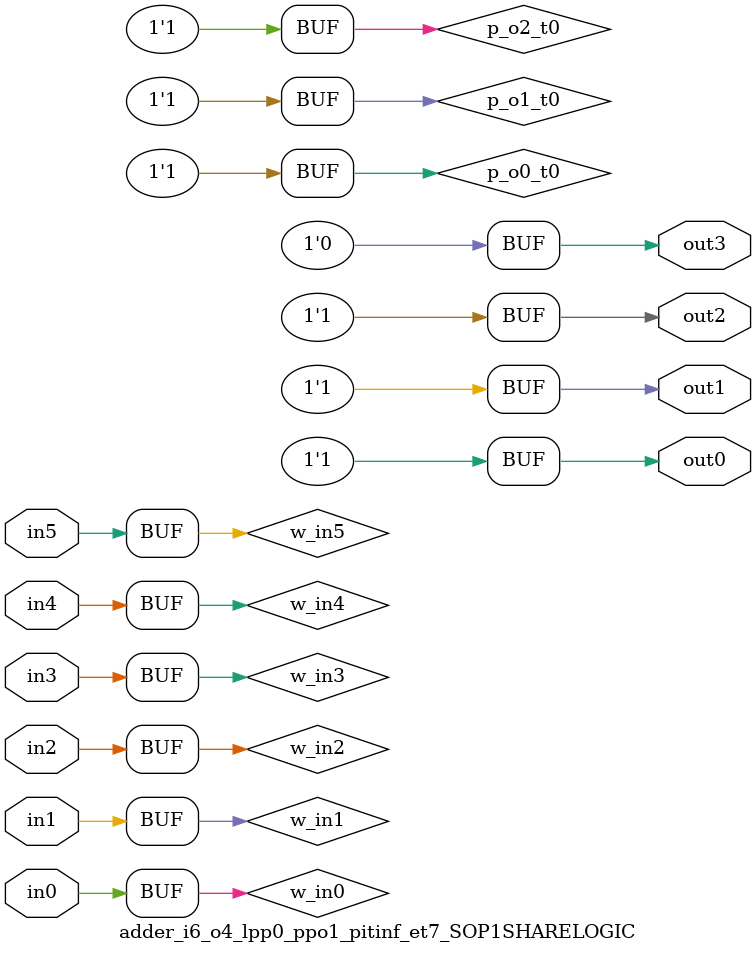
<source format=v>
module adder_i6_o4_lpp0_ppo1_pitinf_et7_SOP1SHARELOGIC (in0, in1, in2, in3, in4, in5, out0, out1, out2, out3);
// declaring inputs
input in0,  in1,  in2,  in3,  in4,  in5;
// declaring outputs
output out0,  out1,  out2,  out3;
// JSON model input
wire w_in5, w_in4, w_in3, w_in2, w_in1, w_in0;
// JSON model output
wire w_g28, w_g36, w_g43, w_g46;
//json model
wire p_o0_t0, p_o1_t0, p_o2_t0, p_o3_t0;
// JSON model input assign
assign w_in5 = in5;
assign w_in4 = in4;
assign w_in3 = in3;
assign w_in2 = in2;
assign w_in1 = in1;
assign w_in0 = in0;
//json model assigns (approximated/XPATed part)
assign p_o0_t0 = 1;
assign out0 = p_o0_t0;
assign p_o1_t0 = 1;
assign out1 = p_o1_t0;
assign p_o2_t0 = 1;
assign out2 = p_o2_t0;
assign out3 = 0;
endmodule
</source>
